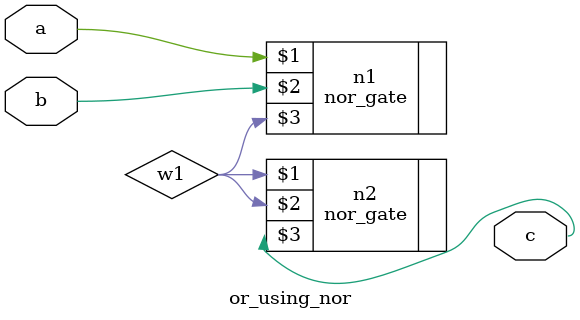
<source format=v>
`include "nor_gate.v"

module or_using_nor(a,b,c);
input a,b;
output c;
wire w1,w2;

nor_gate n1(a,b,w1);
nor_gate n2(w1,w1,c);
endmodule
</source>
